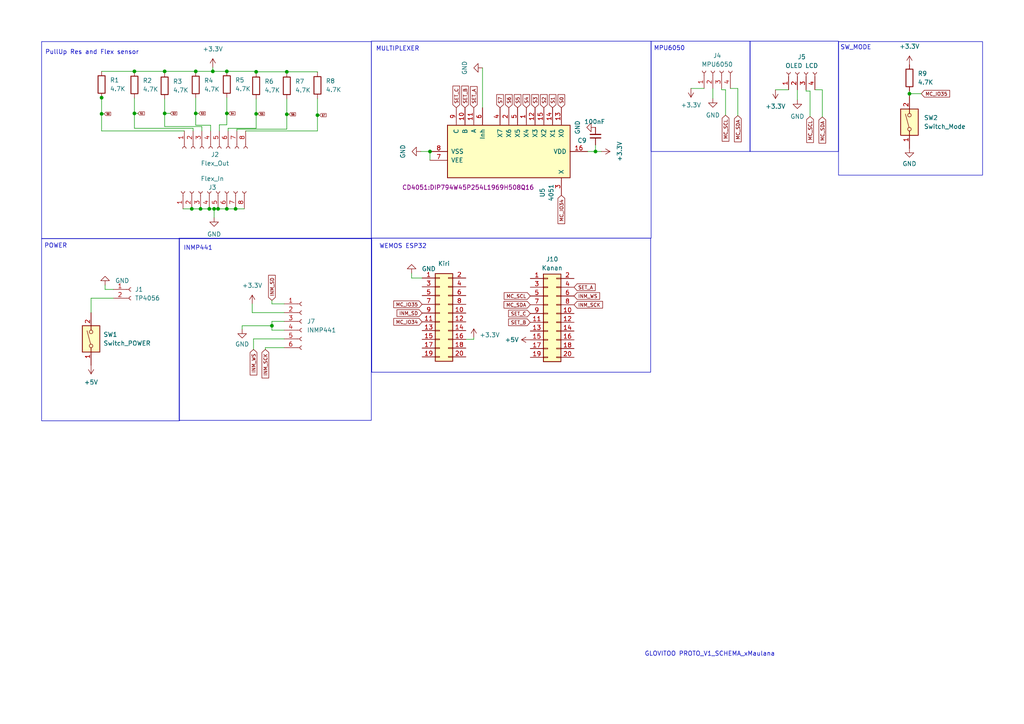
<source format=kicad_sch>
(kicad_sch (version 20231120) (generator "eeschema") (generator_version "8.0")
  (paper "A4")
  (lib_symbols
    (symbol "4xxx:4051" (pin_names (offset 1.016))
      (property "Reference" "U" (at -7.62 19.05 0))
      (property "Value" "4051" (at -7.62 -19.05 0))
      (symbol "4051_1_0"
        (pin passive line (at -12.7 5.08 0) (length 5.08) (name "X4") (number "1"))
        (pin input line (at -12.7 -12.7 0) (length 5.08) (name "B") (number "10"))
        (pin input line (at -12.7 -10.16 0) (length 5.08) (name "A") (number "11"))
        (pin passive line (at -12.7 7.62 0) (length 5.08) (name "X3") (number "12"))
        (pin passive line (at -12.7 15.24 0) (length 5.08) (name "X0") (number "13"))
        (pin passive line (at -12.7 12.7 0) (length 5.08) (name "X1") (number "14"))
        (pin passive line (at -12.7 10.16 0) (length 5.08) (name "X2") (number "15"))
        (pin power_in line (at 0 22.86 270) (length 5.08) (name "VDD") (number "16"))
        (pin passive line (at -12.7 0 0) (length 5.08) (name "X6") (number "2"))
        (pin passive line (at 12.7 15.24 180) (length 5.08) (name "X") (number "3"))
        (pin passive line (at -12.7 -2.54 0) (length 5.08) (name "X7") (number "4"))
        (pin passive line (at -12.7 2.54 0) (length 5.08) (name "X5") (number "5"))
        (pin input line (at -12.7 -7.62 0) (length 5.08) (name "Inh") (number "6"))
        (pin power_in line (at 2.54 -22.86 90) (length 5.08) (name "VEE") (number "7"))
        (pin power_in line (at 0 -22.86 90) (length 5.08) (name "VSS") (number "8"))
        (pin input line (at -12.7 -15.24 0) (length 5.08) (name "C") (number "9"))
      )
      (symbol "4051_1_1"
        (rectangle (start -7.62 17.78) (end 7.62 -17.78) (stroke (width 0.254)) (fill (type background)))
      )
    )
    (symbol "Connector:Conn_01x02_Socket" (pin_names (offset 1.016) hide)
      (property "Reference" "J" (at 0 2.54 0))
      (property "Value" "Conn_01x02_Socket" (at 0 -5.08 0))
      (symbol "Conn_01x02_Socket_1_1"
        (arc (start 0 -2.032) (mid -0.5058 -2.54) (end 0 -3.048) (stroke (width 0.1524)))
        (polyline (pts (xy -1.27 -2.54) (xy -0.508 -2.54)) (stroke (width 0.1524)))
        (polyline (pts (xy -1.27 0) (xy -0.508 0)) (stroke (width 0.1524)))
        (arc (start 0 0.508) (mid -0.5058 0) (end 0 -0.508) (stroke (width 0.1524)))
        (pin passive line (at -5.08 0 0) (length 3.81) (name "Pin_1") (number "1"))
        (pin passive line (at -5.08 -2.54 0) (length 3.81) (name "Pin_2") (number "2"))
      )
    )
    (symbol "Connector:Conn_01x04_Socket" (pin_names (offset 1.016) hide)
      (property "Reference" "J" (at 0 5.08 0))
      (property "Value" "Conn_01x04_Socket" (at 0 -7.62 0))
      (symbol "Conn_01x04_Socket_1_1"
        (arc (start 0 -4.572) (mid -0.5058 -5.08) (end 0 -5.588) (stroke (width 0.1524)))
        (arc (start 0 -2.032) (mid -0.5058 -2.54) (end 0 -3.048) (stroke (width 0.1524)))
        (polyline (pts (xy -1.27 -5.08) (xy -0.508 -5.08)) (stroke (width 0.1524)))
        (polyline (pts (xy -1.27 -2.54) (xy -0.508 -2.54)) (stroke (width 0.1524)))
        (polyline (pts (xy -1.27 0) (xy -0.508 0)) (stroke (width 0.1524)))
        (polyline (pts (xy -1.27 2.54) (xy -0.508 2.54)) (stroke (width 0.1524)))
        (arc (start 0 0.508) (mid -0.5058 0) (end 0 -0.508) (stroke (width 0.1524)))
        (arc (start 0 3.048) (mid -0.5058 2.54) (end 0 2.032) (stroke (width 0.1524)))
        (pin passive line (at -5.08 2.54 0) (length 3.81) (name "Pin_1") (number "1"))
        (pin passive line (at -5.08 0 0) (length 3.81) (name "Pin_2") (number "2"))
        (pin passive line (at -5.08 -2.54 0) (length 3.81) (name "Pin_3") (number "3"))
        (pin passive line (at -5.08 -5.08 0) (length 3.81) (name "Pin_4") (number "4"))
      )
    )
    (symbol "Connector:Conn_01x06_Socket" (pin_names (offset 1.016) hide)
      (property "Reference" "J" (at 0 7.62 0))
      (property "Value" "Conn_01x06_Socket" (at 0 -10.16 0))
      (symbol "Conn_01x06_Socket_1_1"
        (arc (start 0 -7.112) (mid -0.5058 -7.62) (end 0 -8.128) (stroke (width 0.1524)))
        (arc (start 0 -4.572) (mid -0.5058 -5.08) (end 0 -5.588) (stroke (width 0.1524)))
        (arc (start 0 -2.032) (mid -0.5058 -2.54) (end 0 -3.048) (stroke (width 0.1524)))
        (polyline (pts (xy -1.27 -7.62) (xy -0.508 -7.62)) (stroke (width 0.1524)))
        (polyline (pts (xy -1.27 -5.08) (xy -0.508 -5.08)) (stroke (width 0.1524)))
        (polyline (pts (xy -1.27 -2.54) (xy -0.508 -2.54)) (stroke (width 0.1524)))
        (polyline (pts (xy -1.27 0) (xy -0.508 0)) (stroke (width 0.1524)))
        (polyline (pts (xy -1.27 2.54) (xy -0.508 2.54)) (stroke (width 0.1524)))
        (polyline (pts (xy -1.27 5.08) (xy -0.508 5.08)) (stroke (width 0.1524)))
        (arc (start 0 0.508) (mid -0.5058 0) (end 0 -0.508) (stroke (width 0.1524)))
        (arc (start 0 3.048) (mid -0.5058 2.54) (end 0 2.032) (stroke (width 0.1524)))
        (arc (start 0 5.588) (mid -0.5058 5.08) (end 0 4.572) (stroke (width 0.1524)))
        (pin passive line (at -5.08 5.08 0) (length 3.81) (name "Pin_1") (number "1"))
        (pin passive line (at -5.08 2.54 0) (length 3.81) (name "Pin_2") (number "2"))
        (pin passive line (at -5.08 0 0) (length 3.81) (name "Pin_3") (number "3"))
        (pin passive line (at -5.08 -2.54 0) (length 3.81) (name "Pin_4") (number "4"))
        (pin passive line (at -5.08 -5.08 0) (length 3.81) (name "Pin_5") (number "5"))
        (pin passive line (at -5.08 -7.62 0) (length 3.81) (name "Pin_6") (number "6"))
      )
    )
    (symbol "Connector:Conn_01x08_Socket" (pin_names (offset 1.016) hide)
      (property "Reference" "J" (at 0 10.16 0))
      (property "Value" "Conn_01x08_Socket" (at 0 -12.7 0))
      (symbol "Conn_01x08_Socket_1_1"
        (arc (start 0 -9.652) (mid -0.5058 -10.16) (end 0 -10.668) (stroke (width 0.1524)))
        (arc (start 0 -7.112) (mid -0.5058 -7.62) (end 0 -8.128) (stroke (width 0.1524)))
        (arc (start 0 -4.572) (mid -0.5058 -5.08) (end 0 -5.588) (stroke (width 0.1524)))
        (arc (start 0 -2.032) (mid -0.5058 -2.54) (end 0 -3.048) (stroke (width 0.1524)))
        (polyline (pts (xy -1.27 -10.16) (xy -0.508 -10.16)) (stroke (width 0.1524)))
        (polyline (pts (xy -1.27 -7.62) (xy -0.508 -7.62)) (stroke (width 0.1524)))
        (polyline (pts (xy -1.27 -5.08) (xy -0.508 -5.08)) (stroke (width 0.1524)))
        (polyline (pts (xy -1.27 -2.54) (xy -0.508 -2.54)) (stroke (width 0.1524)))
        (polyline (pts (xy -1.27 0) (xy -0.508 0)) (stroke (width 0.1524)))
        (polyline (pts (xy -1.27 2.54) (xy -0.508 2.54)) (stroke (width 0.1524)))
        (polyline (pts (xy -1.27 5.08) (xy -0.508 5.08)) (stroke (width 0.1524)))
        (polyline (pts (xy -1.27 7.62) (xy -0.508 7.62)) (stroke (width 0.1524)))
        (arc (start 0 0.508) (mid -0.5058 0) (end 0 -0.508) (stroke (width 0.1524)))
        (arc (start 0 3.048) (mid -0.5058 2.54) (end 0 2.032) (stroke (width 0.1524)))
        (arc (start 0 5.588) (mid -0.5058 5.08) (end 0 4.572) (stroke (width 0.1524)))
        (arc (start 0 8.128) (mid -0.5058 7.62) (end 0 7.112) (stroke (width 0.1524)))
        (pin passive line (at -5.08 7.62 0) (length 3.81) (name "Pin_1") (number "1"))
        (pin passive line (at -5.08 5.08 0) (length 3.81) (name "Pin_2") (number "2"))
        (pin passive line (at -5.08 2.54 0) (length 3.81) (name "Pin_3") (number "3"))
        (pin passive line (at -5.08 0 0) (length 3.81) (name "Pin_4") (number "4"))
        (pin passive line (at -5.08 -2.54 0) (length 3.81) (name "Pin_5") (number "5"))
        (pin passive line (at -5.08 -5.08 0) (length 3.81) (name "Pin_6") (number "6"))
        (pin passive line (at -5.08 -7.62 0) (length 3.81) (name "Pin_7") (number "7"))
        (pin passive line (at -5.08 -10.16 0) (length 3.81) (name "Pin_8") (number "8"))
      )
    )
    (symbol "Connector_Generic:Conn_02x10_Odd_Even" (pin_names (offset 1.016) hide)
      (property "Reference" "J" (at 1.27 12.7 0))
      (property "Value" "Conn_02x10_Odd_Even" (at 1.27 -15.24 0))
      (symbol "Conn_02x10_Odd_Even_1_1"
        (rectangle (start -1.27 -12.573) (end 0 -12.827) (stroke (width 0.1524)))
        (rectangle (start -1.27 -10.033) (end 0 -10.287) (stroke (width 0.1524)))
        (rectangle (start -1.27 -7.493) (end 0 -7.747) (stroke (width 0.1524)))
        (rectangle (start -1.27 -4.953) (end 0 -5.207) (stroke (width 0.1524)))
        (rectangle (start -1.27 -2.413) (end 0 -2.667) (stroke (width 0.1524)))
        (rectangle (start -1.27 0.127) (end 0 -0.127) (stroke (width 0.1524)))
        (rectangle (start -1.27 2.667) (end 0 2.413) (stroke (width 0.1524)))
        (rectangle (start -1.27 5.207) (end 0 4.953) (stroke (width 0.1524)))
        (rectangle (start -1.27 7.747) (end 0 7.493) (stroke (width 0.1524)))
        (rectangle (start -1.27 10.287) (end 0 10.033) (stroke (width 0.1524)))
        (rectangle (start -1.27 11.43) (end 3.81 -13.97) (stroke (width 0.254)) (fill (type background)))
        (rectangle (start 3.81 -12.573) (end 2.54 -12.827) (stroke (width 0.1524)))
        (rectangle (start 3.81 -10.033) (end 2.54 -10.287) (stroke (width 0.1524)))
        (rectangle (start 3.81 -7.493) (end 2.54 -7.747) (stroke (width 0.1524)))
        (rectangle (start 3.81 -4.953) (end 2.54 -5.207) (stroke (width 0.1524)))
        (rectangle (start 3.81 -2.413) (end 2.54 -2.667) (stroke (width 0.1524)))
        (rectangle (start 3.81 0.127) (end 2.54 -0.127) (stroke (width 0.1524)))
        (rectangle (start 3.81 2.667) (end 2.54 2.413) (stroke (width 0.1524)))
        (rectangle (start 3.81 5.207) (end 2.54 4.953) (stroke (width 0.1524)))
        (rectangle (start 3.81 7.747) (end 2.54 7.493) (stroke (width 0.1524)))
        (rectangle (start 3.81 10.287) (end 2.54 10.033) (stroke (width 0.1524)))
        (pin passive line (at -5.08 10.16 0) (length 3.81) (name "Pin_1") (number "1"))
        (pin passive line (at 7.62 0 180) (length 3.81) (name "Pin_10") (number "10"))
        (pin passive line (at -5.08 -2.54 0) (length 3.81) (name "Pin_11") (number "11"))
        (pin passive line (at 7.62 -2.54 180) (length 3.81) (name "Pin_12") (number "12"))
        (pin passive line (at -5.08 -5.08 0) (length 3.81) (name "Pin_13") (number "13"))
        (pin passive line (at 7.62 -5.08 180) (length 3.81) (name "Pin_14") (number "14"))
        (pin passive line (at -5.08 -7.62 0) (length 3.81) (name "Pin_15") (number "15"))
        (pin passive line (at 7.62 -7.62 180) (length 3.81) (name "Pin_16") (number "16"))
        (pin passive line (at -5.08 -10.16 0) (length 3.81) (name "Pin_17") (number "17"))
        (pin passive line (at 7.62 -10.16 180) (length 3.81) (name "Pin_18") (number "18"))
        (pin passive line (at -5.08 -12.7 0) (length 3.81) (name "Pin_19") (number "19"))
        (pin passive line (at 7.62 10.16 180) (length 3.81) (name "Pin_2") (number "2"))
        (pin passive line (at 7.62 -12.7 180) (length 3.81) (name "Pin_20") (number "20"))
        (pin passive line (at -5.08 7.62 0) (length 3.81) (name "Pin_3") (number "3"))
        (pin passive line (at 7.62 7.62 180) (length 3.81) (name "Pin_4") (number "4"))
        (pin passive line (at -5.08 5.08 0) (length 3.81) (name "Pin_5") (number "5"))
        (pin passive line (at 7.62 5.08 180) (length 3.81) (name "Pin_6") (number "6"))
        (pin passive line (at -5.08 2.54 0) (length 3.81) (name "Pin_7") (number "7"))
        (pin passive line (at 7.62 2.54 180) (length 3.81) (name "Pin_8") (number "8"))
        (pin passive line (at -5.08 0 0) (length 3.81) (name "Pin_9") (number "9"))
      )
    )
    (symbol "Device:C_Small" (pin_numbers hide) (pin_names (offset 0.254) hide)
      (property "Reference" "C" (at 0.254 1.778 0))
      (property "Value" "C_Small" (at 0.254 -2.032 0))
      (symbol "C_Small_0_1"
        (polyline (pts (xy -1.524 -0.508) (xy 1.524 -0.508)) (stroke (width 0.3302)))
        (polyline (pts (xy -1.524 0.508) (xy 1.524 0.508)) (stroke (width 0.3048)))
      )
      (symbol "C_Small_1_1"
        (pin passive line (at 0 2.54 270) (length 2.032) (name "~") (number "1"))
        (pin passive line (at 0 -2.54 90) (length 2.032) (name "~") (number "2"))
      )
    )
    (symbol "Device:R" (pin_numbers hide) (pin_names (offset 0))
      (property "Reference" "R" (at 2.032 0 90))
      (property "Value" "R" (at 0 0 90))
      (symbol "R_0_1"
        (rectangle (start -1.016 -2.54) (end 1.016 2.54) (stroke (width 0.254)))
      )
      (symbol "R_1_1"
        (pin passive line (at 0 3.81 270) (length 1.27) (name "~") (number "1"))
        (pin passive line (at 0 -3.81 90) (length 1.27) (name "~") (number "2"))
      )
    )
    (symbol "Switch:SW_DIP_x01" (pin_names (offset 0) hide)
      (property "Reference" "SW" (at 0 3.81 0))
      (property "Value" "SW_DIP_x01" (at 0 -3.81 0))
      (symbol "SW_DIP_x01_0_0"
        (circle (center -2.032 0) (radius 0.508))
        (polyline (pts (xy -1.524 0.127) (xy 2.3622 1.1684)))
        (circle (center 2.032 0) (radius 0.508))
      )
      (symbol "SW_DIP_x01_0_1"
        (rectangle (start -3.81 2.54) (end 3.81 -2.54) (stroke (width 0.254)) (fill (type background)))
      )
      (symbol "SW_DIP_x01_1_1"
        (pin passive line (at -7.62 0 0) (length 5.08) (name "~") (number "1"))
        (pin passive line (at 7.62 0 180) (length 5.08) (name "~") (number "2"))
      )
    )
    (symbol "power:+3.3V" (power) (pin_names (offset 0))
      (property "Value" "+3.3V" (at 0 3.556 0))
      (symbol "+3.3V_0_1"
        (polyline (pts (xy -0.762 1.27) (xy 0 2.54)))
        (polyline (pts (xy 0 0) (xy 0 2.54)))
        (polyline (pts (xy 0 2.54) (xy 0.762 1.27)))
      )
      (symbol "+3.3V_1_1"
        (pin power_in line (at 0 0 90) (length 0) hide (name "+3.3V") (number "1"))
      )
    )
    (symbol "power:+5V" (power) (pin_names (offset 0))
      (property "Value" "+5V" (at 0 3.556 0))
      (symbol "+5V_0_1"
        (polyline (pts (xy -0.762 1.27) (xy 0 2.54)))
        (polyline (pts (xy 0 0) (xy 0 2.54)))
        (polyline (pts (xy 0 2.54) (xy 0.762 1.27)))
      )
      (symbol "+5V_1_1"
        (pin power_in line (at 0 0 90) (length 0) hide (name "+5V") (number "1"))
      )
    )
    (symbol "power:GND" (power) (pin_names (offset 0))
      (property "Value" "GND" (at 0 -3.81 0))
      (symbol "GND_0_1"
        (polyline (pts (xy 0 0) (xy 0 -1.27) (xy 1.27 -1.27) (xy 0 -2.54) (xy -1.27 -1.27) (xy 0 -1.27)))
      )
      (symbol "GND_1_1"
        (pin power_in line (at 0 0 270) (length 0) hide (name "GND") (number "1"))
      )
    )
  )
  (junction (at 92.075 33.401))
  (junction (at 29.464 28.321))
  (junction (at 60.706 60.579))
  (junction (at 56.769 32.893))
  (junction (at 47.752 20.701))
  (junction (at 124.714 43.942))
  (junction (at 62.103 60.579))
  (junction (at 65.786 32.893))
  (junction (at 263.779 27.178))
  (junction (at 65.786 60.579))
  (junction (at 61.722 20.701))
  (junction (at 83.185 33.147))
  (junction (at 38.989 32.893))
  (junction (at 38.989 20.701))
  (junction (at 68.326 60.579))
  (junction (at 172.72 43.942))
  (junction (at 55.626 60.579))
  (junction (at 47.752 32.893))
  (junction (at 65.786 20.701))
  (junction (at 74.295 20.828))
  (junction (at 56.769 20.701))
  (junction (at 63.246 60.579))
  (junction (at 58.166 60.579))
  (junction (at 83.185 20.828))
  (junction (at 29.464 33.02))
  (junction (at 78.867 94.488))
  (junction (at 74.295 33.02))
  (wire (pts (xy 61.722 20.701) (xy 65.786 20.701)))
  (wire (pts (xy 174.371 43.942) (xy 172.72 43.942)))
  (wire (pts (xy 78.867 88.138) (xy 82.423 88.138)))
  (wire (pts (xy 238.506 26.035) (xy 236.347 26.035)))
  (wire (pts (xy 135.128 98.425) (xy 137.414 98.425)))
  (wire (pts (xy 234.95 33.782) (xy 234.95 26.416)))
  (wire (pts (xy 82.423 100.838) (xy 76.962 100.838)))
  (wire (pts (xy 238.506 33.909) (xy 238.506 26.035)))
  (wire (pts (xy 30.226 33.02) (xy 29.464 33.02)))
  (wire (pts (xy 231.267 28.956) (xy 231.267 26.035)))
  (wire (pts (xy 139.954 31.242) (xy 139.954 19.685)))
  (wire (pts (xy 74.295 33.02) (xy 74.295 37.211)))
  (wire (pts (xy 61.087 36.322) (xy 61.087 37.973)))
  (wire (pts (xy 83.185 20.828) (xy 83.185 21.082)))
  (wire (pts (xy 47.752 32.893) (xy 47.752 36.703)))
  (wire (pts (xy 224.917 26.035) (xy 228.727 26.035)))
  (wire (pts (xy 65.786 28.321) (xy 65.786 32.893)))
  (wire (pts (xy 73.152 90.678) (xy 73.152 88.138)))
  (wire (pts (xy 47.752 32.893) (xy 49.403 32.893)))
  (wire (pts (xy 74.295 33.02) (xy 74.803 33.02)))
  (wire (pts (xy 53.086 60.579) (xy 55.626 60.579)))
  (wire (pts (xy 82.423 98.298) (xy 73.533 98.298)))
  (wire (pts (xy 263.779 27.178) (xy 263.779 26.416)))
  (wire (pts (xy 119.38 80.645) (xy 122.428 80.645)))
  (wire (pts (xy 210.439 26.035) (xy 209.296 26.035)))
  (wire (pts (xy 29.464 28.194) (xy 29.464 28.321)))
  (wire (pts (xy 263.779 27.178) (xy 267.208 27.178)))
  (wire (pts (xy 209.296 26.035) (xy 209.296 25.654)))
  (wire (pts (xy 29.464 37.973) (xy 53.467 37.973)))
  (wire (pts (xy 82.423 90.678) (xy 73.152 90.678)))
  (wire (pts (xy 74.295 21.082) (xy 74.295 20.828)))
  (wire (pts (xy 58.547 36.703) (xy 58.547 37.973)))
  (wire (pts (xy 47.752 20.701) (xy 38.989 20.701)))
  (wire (pts (xy 68.707 37.465) (xy 68.707 37.973)))
  (wire (pts (xy 56.769 20.701) (xy 61.722 20.701)))
  (wire (pts (xy 92.075 33.401) (xy 92.075 37.973)))
  (wire (pts (xy 172.72 43.942) (xy 172.72 42.037)))
  (wire (pts (xy 47.752 36.703) (xy 58.547 36.703)))
  (wire (pts (xy 124.714 46.482) (xy 124.714 43.942)))
  (wire (pts (xy 92.075 37.973) (xy 71.247 37.973)))
  (wire (pts (xy 206.756 28.575) (xy 206.756 25.654)))
  (wire (pts (xy 60.706 60.579) (xy 62.103 60.579)))
  (wire (pts (xy 213.995 33.528) (xy 213.995 25.654)))
  (wire (pts (xy 38.989 20.701) (xy 38.989 20.828)))
  (wire (pts (xy 56.769 28.448) (xy 56.769 32.893)))
  (wire (pts (xy 29.464 33.02) (xy 29.464 37.973)))
  (wire (pts (xy 65.786 20.701) (xy 74.295 20.701)))
  (wire (pts (xy 66.167 37.211) (xy 66.167 37.973)))
  (wire (pts (xy 29.464 20.701) (xy 38.989 20.701)))
  (wire (pts (xy 68.326 60.579) (xy 70.866 60.579)))
  (wire (pts (xy 74.295 28.702) (xy 74.295 33.02)))
  (wire (pts (xy 78.867 95.758) (xy 82.423 95.758)))
  (wire (pts (xy 119.38 79.248) (xy 119.38 80.645)))
  (wire (pts (xy 30.48 83.947) (xy 32.893 83.947)))
  (wire (pts (xy 92.075 20.955) (xy 92.075 20.828)))
  (wire (pts (xy 74.295 20.828) (xy 83.185 20.828)))
  (wire (pts (xy 56.769 32.893) (xy 56.769 36.322)))
  (wire (pts (xy 65.786 60.579) (xy 68.326 60.579)))
  (wire (pts (xy 137.414 98.425) (xy 137.414 97.917)))
  (wire (pts (xy 78.867 93.218) (xy 78.867 94.488)))
  (wire (pts (xy 83.185 33.147) (xy 83.82 33.147)))
  (wire (pts (xy 56.007 37.211) (xy 56.007 37.973)))
  (wire (pts (xy 63.246 60.579) (xy 65.786 60.579)))
  (wire (pts (xy 65.786 32.893) (xy 66.294 32.893)))
  (wire (pts (xy 73.533 98.298) (xy 73.533 101.346)))
  (wire (pts (xy 65.786 36.195) (xy 63.627 36.195)))
  (wire (pts (xy 78.867 94.488) (xy 70.231 94.488)))
  (wire (pts (xy 92.075 20.828) (xy 83.185 20.828)))
  (wire (pts (xy 26.416 86.487) (xy 26.416 90.678)))
  (wire (pts (xy 78.867 94.488) (xy 78.867 95.758)))
  (wire (pts (xy 234.95 26.416) (xy 233.807 26.416)))
  (wire (pts (xy 32.893 86.487) (xy 26.416 86.487)))
  (wire (pts (xy 63.627 36.195) (xy 63.627 37.973)))
  (wire (pts (xy 263.779 27.813) (xy 263.779 27.178)))
  (wire (pts (xy 38.989 28.448) (xy 38.989 32.893)))
  (wire (pts (xy 92.075 28.575) (xy 92.075 33.401)))
  (wire (pts (xy 56.769 32.893) (xy 57.658 32.893)))
  (wire (pts (xy 47.752 28.702) (xy 47.752 32.893)))
  (wire (pts (xy 233.807 26.416) (xy 233.807 26.035)))
  (wire (pts (xy 200.406 25.654) (xy 204.216 25.654)))
  (wire (pts (xy 56.769 36.322) (xy 61.087 36.322)))
  (wire (pts (xy 30.48 82.677) (xy 30.48 83.947)))
  (wire (pts (xy 172.72 43.942) (xy 170.434 43.942)))
  (wire (pts (xy 38.989 32.893) (xy 38.989 37.211)))
  (wire (pts (xy 83.185 28.702) (xy 83.185 33.147)))
  (wire (pts (xy 62.103 60.579) (xy 62.103 63.119)))
  (wire (pts (xy 58.166 60.579) (xy 60.706 60.579)))
  (wire (pts (xy 82.423 93.218) (xy 78.867 93.218)))
  (wire (pts (xy 124.714 43.942) (xy 122.047 43.942)))
  (wire (pts (xy 74.295 37.211) (xy 66.167 37.211)))
  (wire (pts (xy 56.769 20.701) (xy 47.752 20.701)))
  (wire (pts (xy 92.075 33.401) (xy 92.71 33.401)))
  (wire (pts (xy 70.231 94.488) (xy 70.231 95.504)))
  (wire (pts (xy 83.185 37.465) (xy 68.707 37.465)))
  (wire (pts (xy 38.989 37.211) (xy 56.007 37.211)))
  (wire (pts (xy 56.769 20.828) (xy 56.769 20.701)))
  (wire (pts (xy 74.295 20.828) (xy 74.295 20.701)))
  (wire (pts (xy 78.867 87.122) (xy 78.867 88.138)))
  (wire (pts (xy 62.103 60.579) (xy 63.246 60.579)))
  (wire (pts (xy 83.185 33.147) (xy 83.185 37.465)))
  (wire (pts (xy 38.989 32.893) (xy 40.005 32.893)))
  (wire (pts (xy 210.439 33.401) (xy 210.439 26.035)))
  (wire (pts (xy 213.995 25.654) (xy 211.836 25.654)))
  (wire (pts (xy 61.722 19.558) (xy 61.722 20.701)))
  (wire (pts (xy 47.752 21.082) (xy 47.752 20.701)))
  (wire (pts (xy 65.786 32.893) (xy 65.786 36.195)))
  (wire (pts (xy 76.962 100.838) (xy 76.962 101.346)))
  (wire (pts (xy 29.464 28.321) (xy 29.464 33.02)))
  (wire (pts (xy 55.626 60.579) (xy 58.166 60.579)))
  (rectangle (start 188.849 11.938) (end 217.551 43.942))
  (rectangle (start 12.065 12.065) (end 107.696 69.215))
  (rectangle (start 12.065 69.215) (end 52.07 122.047))
  (rectangle (start 217.551 11.938) (end 243.205 43.942))
  (rectangle (start 243.205 12.065) (end 284.988 50.8))
  (rectangle (start 107.696 11.938) (end 188.849 69.088))
  (rectangle (start 107.823 69.088) (end 188.722 107.95))
  (rectangle (start 51.943 69.088) (end 107.696 121.92))
  (text "GLOVITOO PROTO_V1_SCHEMA_xMaulana" (at 186.944 190.5 0) (effects (font (size 1.27 1.27)) (justify left bottom)))
  (text "MPU6050\n" (at 189.611 14.859 0) (effects (font (size 1.27 1.27)) (justify left bottom)))
  (text "SW_MODE\n" (at 243.713 14.605 0) (effects (font (size 1.27 1.27)) (justify left bottom)))
  (text "WEMOS ESP32\n" (at 109.982 72.263 0) (effects (font (size 1.27 1.27)) (justify left bottom)))
  (text "INMP441" (at 53.213 72.771 0) (effects (font (size 1.27 1.27)) (justify left bottom)))
  (text "POWER" (at 12.827 72.136 0) (effects (font (size 1.27 1.27)) (justify left bottom)))
  (text "PullUp Res and Flex sensor\n\n\n" (at 13.081 20.066 0) (effects (font (size 1.27 1.27)) (justify left bottom)))
  (text "MULTIPLEXER\n" (at 121.666 14.986 0) (effects (font (size 1.27 1.27)) (justify right bottom)))
  (global_label "MC_SCL" (shape input) (at 153.797 85.852 180) (effects (font (size 1 1))) (property "Intersheetrefs" "${INTERSHEET_REFS}" (effects (hide yes))))
  (global_label "S0" (shape input) (at 30.226 33.02 0) (effects (font (size 0.5 0.5))) (property "Intersheetrefs" "${INTERSHEET_REFS}" (effects (hide yes))))
  (global_label "INM_WS" (shape input) (at 166.497 85.852 0) (effects (font (size 1 1))) (property "Intersheetrefs" "${INTERSHEET_REFS}" (effects (hide yes))))
  (global_label "S4" (shape input) (at 152.654 31.242 90) (effects (font (size 1 1))) (property "Intersheetrefs" "${INTERSHEET_REFS}" (effects (hide yes))))
  (global_label "S5" (shape input) (at 150.114 31.242 90) (effects (font (size 1 1))) (property "Intersheetrefs" "${INTERSHEET_REFS}" (effects (hide yes))))
  (global_label "INM_SCK" (shape input) (at 76.962 101.346 270) (effects (font (size 1 1))) (property "Intersheetrefs" "${INTERSHEET_REFS}" (effects (hide yes))))
  (global_label "SET_B" (shape input) (at 134.874 31.242 90) (effects (font (size 1 1))) (property "Intersheetrefs" "${INTERSHEET_REFS}" (effects (hide yes))))
  (global_label "S6" (shape input) (at 83.82 33.147 0) (effects (font (size 0.5 0.5))) (property "Intersheetrefs" "${INTERSHEET_REFS}" (effects (hide yes))))
  (global_label "SET_A" (shape input) (at 137.414 31.242 90) (effects (font (size 1 1))) (property "Intersheetrefs" "${INTERSHEET_REFS}" (effects (hide yes))))
  (global_label "MC_SDA" (shape input) (at 213.995 33.528 270) (effects (font (size 1 1))) (property "Intersheetrefs" "${INTERSHEET_REFS}" (effects (hide yes))))
  (global_label "SET_A" (shape input) (at 166.497 83.312 0) (effects (font (size 1 1))) (property "Intersheetrefs" "${INTERSHEET_REFS}" (effects (hide yes))))
  (global_label "MC_IO34" (shape input) (at 122.428 93.345 180) (effects (font (size 1 1))) (property "Intersheetrefs" "${INTERSHEET_REFS}" (effects (hide yes))))
  (global_label "S2" (shape input) (at 49.403 32.893 0) (effects (font (size 0.5 0.5))) (property "Intersheetrefs" "${INTERSHEET_REFS}" (effects (hide yes))))
  (global_label "SET_C" (shape input) (at 132.334 31.242 90) (effects (font (size 1 1))) (property "Intersheetrefs" "${INTERSHEET_REFS}" (effects (hide yes))))
  (global_label "MC_SCL" (shape input) (at 210.439 33.401 270) (effects (font (size 1 1))) (property "Intersheetrefs" "${INTERSHEET_REFS}" (effects (hide yes))))
  (global_label "MC_IO34" (shape input) (at 162.814 56.642 270) (effects (font (size 1 1))) (property "Intersheetrefs" "${INTERSHEET_REFS}" (effects (hide yes))))
  (global_label "S2" (shape input) (at 157.734 31.242 90) (effects (font (size 1 1))) (property "Intersheetrefs" "${INTERSHEET_REFS}" (effects (hide yes))))
  (global_label "SET_B" (shape input) (at 153.797 93.472 180) (effects (font (size 1 1))) (property "Intersheetrefs" "${INTERSHEET_REFS}" (effects (hide yes))))
  (global_label "S7" (shape input) (at 92.71 33.401 0) (effects (font (size 0.5 0.5))) (property "Intersheetrefs" "${INTERSHEET_REFS}" (effects (hide yes))))
  (global_label "INM_SD" (shape input) (at 122.428 90.805 180) (effects (font (size 1 1))) (property "Intersheetrefs" "${INTERSHEET_REFS}" (effects (hide yes))))
  (global_label "S4" (shape input) (at 66.294 32.893 0) (effects (font (size 0.5 0.5))) (property "Intersheetrefs" "${INTERSHEET_REFS}" (effects (hide yes))))
  (global_label "S0" (shape input) (at 162.814 31.242 90) (effects (font (size 1 1))) (property "Intersheetrefs" "${INTERSHEET_REFS}" (effects (hide yes))))
  (global_label "S1" (shape input) (at 160.274 31.242 90) (effects (font (size 1 1))) (property "Intersheetrefs" "${INTERSHEET_REFS}" (effects (hide yes))))
  (global_label "S1" (shape input) (at 40.005 32.893 0) (effects (font (size 0.5 0.5))) (property "Intersheetrefs" "${INTERSHEET_REFS}" (effects (hide yes))))
  (global_label "S6" (shape input) (at 147.574 31.242 90) (effects (font (size 1 1))) (property "Intersheetrefs" "${INTERSHEET_REFS}" (effects (hide yes))))
  (global_label "S3" (shape input) (at 155.194 31.242 90) (effects (font (size 1 1))) (property "Intersheetrefs" "${INTERSHEET_REFS}" (effects (hide yes))))
  (global_label "INM_WS" (shape input) (at 73.533 101.346 270) (effects (font (size 1 1))) (property "Intersheetrefs" "${INTERSHEET_REFS}" (effects (hide yes))))
  (global_label "MC_SDA" (shape input) (at 238.506 33.909 270) (effects (font (size 1 1))) (property "Intersheetrefs" "${INTERSHEET_REFS}" (effects (hide yes))))
  (global_label "MC_IO35" (shape input) (at 267.208 27.178 0) (effects (font (size 1 1))) (property "Intersheetrefs" "${INTERSHEET_REFS}" (effects (hide yes))))
  (global_label "S5" (shape input) (at 74.803 33.02 0) (effects (font (size 0.5 0.5))) (property "Intersheetrefs" "${INTERSHEET_REFS}" (effects (hide yes))))
  (global_label "INM_SCK" (shape input) (at 166.497 88.392 0) (effects (font (size 1 1))) (property "Intersheetrefs" "${INTERSHEET_REFS}" (effects (hide yes))))
  (global_label "MC_SCL" (shape input) (at 234.95 33.782 270) (effects (font (size 1 1))) (property "Intersheetrefs" "${INTERSHEET_REFS}" (effects (hide yes))))
  (global_label "S7" (shape input) (at 145.034 31.242 90) (effects (font (size 1 1))) (property "Intersheetrefs" "${INTERSHEET_REFS}" (effects (hide yes))))
  (global_label "MC_IO35" (shape input) (at 122.428 88.265 180) (effects (font (size 1 1))) (property "Intersheetrefs" "${INTERSHEET_REFS}" (effects (hide yes))))
  (global_label "S3" (shape input) (at 57.658 32.893 0) (effects (font (size 0.5 0.5))) (property "Intersheetrefs" "${INTERSHEET_REFS}" (effects (hide yes))))
  (global_label "SET_C" (shape input) (at 153.797 90.932 180) (effects (font (size 1 1))) (property "Intersheetrefs" "${INTERSHEET_REFS}" (effects (hide yes))))
  (global_label "INM_SD" (shape input) (at 78.867 87.122 90) (effects (font (size 1 1))) (property "Intersheetrefs" "${INTERSHEET_REFS}" (effects (hide yes))))
  (global_label "MC_SDA" (shape input) (at 153.797 88.392 180) (effects (font (size 1 1))) (property "Intersheetrefs" "${INTERSHEET_REFS}" (effects (hide yes))))
  (symbol (lib_id "Device:R") (at 74.295 24.892 0) (unit 1)
    (property "Reference" "R6" (at 76.708 23.622 0) (effects (justify left)))
    (property "Value" "4.7K" (at 76.708 26.162 0) (effects (justify left)))
    (property "Footprint" "Resistor_THT:R_Axial_DIN0204_L3.6mm_D1.6mm_P5.08mm_Horizontal" (effects (hide yes)))
  )
  (symbol (lib_id "4xxx:4051") (at 147.574 43.942 270) (unit 1)
    (property "Reference" "U5" (at 157.3179 55.88 0))
    (property "Value" "4051" (at 159.8579 55.88 0))
    (property "Footprint" "CD4051:DIP794W45P254L1969H508Q16" (at 135.763 54.356 90))
    (property "Datasheet" "http://www.intersil.com/content/dam/Intersil/documents/cd40/cd4051bms-52bms-53bms.pdf" (effects (hide yes)))
  )
  (symbol (lib_id "power:GND") (at 263.779 43.053 0) (unit 1)
    (property "Reference" "#PWR025" (effects (hide yes)))
    (property "Value" "GND" (at 263.779 47.498 0))
  )
  (symbol (lib_id "power:+5V") (at 26.416 105.918 180) (unit 1)
    (property "Reference" "#PWR04" (effects (hide yes)))
    (property "Value" "+5V" (at 26.416 110.871 0))
  )
  (symbol (lib_id "power:GND") (at 62.103 63.119 0) (unit 1)
    (property "Reference" "#PWR019" (effects (hide yes)))
    (property "Value" "GND" (at 62.103 67.945 0))
  )
  (symbol (lib_id "Switch:SW_DIP_x01") (at 263.779 35.433 90) (unit 1)
    (property "Reference" "SW2" (at 267.97 34.163 90) (effects (justify right)))
    (property "Value" "Switch_Mode" (at 267.97 36.703 90) (effects (justify right)))
    (property "Footprint" "Button_Switch_THT:SW_DIP_SPSTx01_Slide_9.78x4.72mm_W7.62mm_P2.54mm" (effects (hide yes)))
  )
  (symbol (lib_id "Connector:Conn_01x04_Socket") (at 231.267 20.955 90) (unit 1)
    (property "Reference" "J5" (at 232.537 16.51 90))
    (property "Value" "OLED LCD" (at 232.537 19.05 90))
    (property "Footprint" "Connector_PinHeader_2.54mm:PinHeader_1x04_P2.54mm_Vertical" (effects (hide yes)))
  )
  (symbol (lib_id "Connector:Conn_01x08_Socket") (at 61.087 43.053 90) (mirror x) (unit 1)
    (property "Reference" "J2" (at 62.357 44.831 90))
    (property "Value" "Flex_Out" (at 62.357 47.371 90))
    (property "Footprint" "Connector_PinHeader_2.54mm:PinHeader_1x08_P2.54mm_Vertical" (effects (hide yes)))
  )
  (symbol (lib_id "Connector_Generic:Conn_02x10_Odd_Even") (at 127.508 90.805 0) (unit 1)
    (property "Reference" "J9" (effects (hide yes)))
    (property "Value" "Kiri" (at 128.778 76.454 0))
    (property "Footprint" "Connector_PinHeader_2.54mm:PinHeader_2x10_P2.54mm_Vertical" (effects (hide yes)))
  )
  (symbol (lib_id "power:GND") (at 30.48 82.677 180) (unit 1)
    (property "Reference" "#PWR02" (effects (hide yes)))
    (property "Value" "GND" (at 33.401 81.407 0) (effects (justify right)))
  )
  (symbol (lib_id "Connector:Conn_01x04_Socket") (at 206.756 20.574 90) (unit 1)
    (property "Reference" "J4" (at 208.026 16.129 90))
    (property "Value" "MPU6050" (at 208.026 18.669 90))
    (property "Footprint" "Connector_PinHeader_2.54mm:PinHeader_1x04_P2.54mm_Vertical" (effects (hide yes)))
  )
  (symbol (lib_id "power:+3.3V") (at 73.152 88.138 0) (unit 1)
    (property "Reference" "#PWR029" (effects (hide yes)))
    (property "Value" "+3.3V" (at 73.152 82.804 0))
  )
  (symbol (lib_id "power:+3.3V") (at 224.917 26.035 180) (unit 1)
    (property "Reference" "#PWR022" (effects (hide yes)))
    (property "Value" "+3.3V" (at 224.917 30.861 0))
  )
  (symbol (lib_id "power:GND") (at 206.756 28.575 0) (unit 1)
    (property "Reference" "#PWR021" (effects (hide yes)))
    (property "Value" "GND" (at 206.756 33.401 0))
  )
  (symbol (lib_id "Device:C_Small") (at 172.72 39.497 180) (unit 1)
    (property "Reference" "C9" (at 170.18 40.7607 0) (effects (justify left)))
    (property "Value" "100nF" (at 175.514 35.306 0) (effects (justify left)))
    (property "Footprint" "Capacitor_THT:C_Disc_D9.0mm_W5.0mm_P5.00mm" (effects (hide yes)))
  )
  (symbol (lib_id "Connector:Conn_01x02_Socket") (at 37.973 83.947 0) (unit 1)
    (property "Reference" "J1" (at 39.116 83.947 0) (effects (justify left)))
    (property "Value" "TP4056" (at 39.116 86.487 0) (effects (justify left)))
    (property "Footprint" "Connector_PinHeader_2.54mm:PinHeader_1x02_P2.54mm_Vertical" (effects (hide yes)))
  )
  (symbol (lib_id "Switch:SW_DIP_x01") (at 26.416 98.298 90) (unit 1)
    (property "Reference" "SW1" (at 29.972 97.028 90) (effects (justify right)))
    (property "Value" "Switch_POWER" (at 29.972 99.568 90) (effects (justify right)))
    (property "Footprint" "Button_Switch_THT:SW_DIP_SPSTx01_Slide_9.78x4.72mm_W7.62mm_P2.54mm" (effects (hide yes)))
  )
  (symbol (lib_id "Device:R") (at 38.989 24.638 0) (unit 1)
    (property "Reference" "R2" (at 41.402 23.368 0) (effects (justify left)))
    (property "Value" "4.7K" (at 41.402 25.908 0) (effects (justify left)))
    (property "Footprint" "Resistor_THT:R_Axial_DIN0204_L3.6mm_D1.6mm_P5.08mm_Horizontal" (effects (hide yes)))
  )
  (symbol (lib_id "power:GND") (at 231.267 28.956 0) (unit 1)
    (property "Reference" "#PWR023" (effects (hide yes)))
    (property "Value" "GND" (at 231.267 33.782 0))
  )
  (symbol (lib_id "power:GND") (at 139.954 19.685 270) (unit 1)
    (property "Reference" "#PWR015" (effects (hide yes)))
    (property "Value" "GND" (at 134.747 19.685 0))
  )
  (symbol (lib_id "power:+3.3V") (at 137.414 97.917 0) (unit 1)
    (property "Reference" "#PWR05" (effects (hide yes)))
    (property "Value" "+3.3V" (at 139.065 97.155 0) (effects (justify left)))
  )
  (symbol (lib_id "power:+3.3V") (at 200.406 25.654 180) (unit 1)
    (property "Reference" "#PWR020" (effects (hide yes)))
    (property "Value" "+3.3V" (at 200.406 30.48 0))
  )
  (symbol (lib_id "Connector:Conn_01x08_Socket") (at 60.706 55.499 90) (unit 1)
    (property "Reference" "J3" (at 61.595 54.356 90))
    (property "Value" "Flex_In" (at 61.595 51.816 90))
    (property "Footprint" "Connector_PinHeader_2.54mm:PinHeader_1x08_P2.54mm_Vertical" (effects (hide yes)))
  )
  (symbol (lib_id "Device:R") (at 56.769 24.638 0) (unit 1)
    (property "Reference" "R4" (at 59.182 23.368 0) (effects (justify left)))
    (property "Value" "4.7K" (at 59.182 25.908 0) (effects (justify left)))
    (property "Footprint" "Resistor_THT:R_Axial_DIN0204_L3.6mm_D1.6mm_P5.08mm_Horizontal" (effects (hide yes)))
  )
  (symbol (lib_id "power:+3.3V") (at 174.371 43.942 270) (unit 1)
    (property "Reference" "#PWR014" (effects (hide yes)))
    (property "Value" "+3.3V" (at 179.705 43.942 0))
  )
  (symbol (lib_id "Device:R") (at 29.464 24.511 0) (unit 1)
    (property "Reference" "R1" (at 31.877 23.241 0) (effects (justify left)))
    (property "Value" "4.7K" (at 31.877 25.781 0) (effects (justify left)))
    (property "Footprint" "Resistor_THT:R_Axial_DIN0204_L3.6mm_D1.6mm_P5.08mm_Horizontal" (effects (hide yes)))
  )
  (symbol (lib_id "power:GND") (at 172.72 36.957 270) (unit 1)
    (property "Reference" "#PWR016" (effects (hide yes)))
    (property "Value" "GND" (at 167.513 36.957 0))
  )
  (symbol (lib_id "Device:R") (at 65.786 24.511 0) (unit 1)
    (property "Reference" "R5" (at 68.199 23.241 0) (effects (justify left)))
    (property "Value" "4.7K" (at 68.199 25.781 0) (effects (justify left)))
    (property "Footprint" "Resistor_THT:R_Axial_DIN0204_L3.6mm_D1.6mm_P5.08mm_Horizontal" (effects (hide yes)))
  )
  (symbol (lib_id "Connector:Conn_01x06_Socket") (at 87.503 93.218 0) (unit 1)
    (property "Reference" "J7" (at 89.027 93.218 0) (effects (justify left)))
    (property "Value" "INMP441" (at 89.027 95.758 0) (effects (justify left)))
    (property "Footprint" "Connector_PinHeader_2.54mm:PinHeader_1x06_P2.54mm_Vertical" (effects (hide yes)))
  )
  (symbol (lib_id "power:GND") (at 70.231 95.504 0) (unit 1)
    (property "Reference" "#PWR030" (effects (hide yes)))
    (property "Value" "GND" (at 70.231 99.822 0))
  )
  (symbol (lib_id "power:GND") (at 119.38 79.248 180) (unit 1)
    (property "Reference" "#PWR03" (effects (hide yes)))
    (property "Value" "GND" (at 122.301 77.978 0) (effects (justify right)))
  )
  (symbol (lib_id "power:+3.3V") (at 61.722 19.558 0) (unit 1)
    (property "Reference" "#PWR017" (effects (hide yes)))
    (property "Value" "+3.3V" (at 61.722 14.224 0))
  )
  (symbol (lib_id "power:GND") (at 122.047 43.942 270) (unit 1)
    (property "Reference" "#PWR013" (effects (hide yes)))
    (property "Value" "GND" (at 116.84 43.942 0))
  )
  (symbol (lib_id "Device:R") (at 92.075 24.765 0) (unit 1)
    (property "Reference" "R8" (at 94.488 23.495 0) (effects (justify left)))
    (property "Value" "4.7K" (at 94.488 26.035 0) (effects (justify left)))
    (property "Footprint" "Resistor_THT:R_Axial_DIN0204_L3.6mm_D1.6mm_P5.08mm_Horizontal" (effects (hide yes)))
  )
  (symbol (lib_id "Device:R") (at 83.185 24.892 0) (unit 1)
    (property "Reference" "R7" (at 85.598 23.622 0) (effects (justify left)))
    (property "Value" "4.7K" (at 85.598 26.162 0) (effects (justify left)))
    (property "Footprint" "Resistor_THT:R_Axial_DIN0204_L3.6mm_D1.6mm_P5.08mm_Horizontal" (effects (hide yes)))
  )
  (symbol (lib_id "Device:R") (at 263.779 22.606 0) (unit 1)
    (property "Reference" "R9" (at 266.192 21.336 0) (effects (justify left)))
    (property "Value" "4.7K" (at 266.192 23.876 0) (effects (justify left)))
    (property "Footprint" "Resistor_THT:R_Axial_DIN0204_L3.6mm_D1.6mm_P5.08mm_Horizontal" (effects (hide yes)))
  )
  (symbol (lib_id "power:+3.3V") (at 263.779 18.796 0) (unit 1)
    (property "Reference" "#PWR024" (effects (hide yes)))
    (property "Value" "+3.3V" (at 263.779 13.462 0))
  )
  (symbol (lib_id "power:+5V") (at 153.797 98.552 90) (unit 1)
    (property "Reference" "#PWR06" (effects (hide yes)))
    (property "Value" "+5V" (at 150.495 98.552 90) (effects (justify left)))
  )
  (symbol (lib_id "Device:R") (at 47.752 24.892 0) (unit 1)
    (property "Reference" "R3" (at 50.165 23.622 0) (effects (justify left)))
    (property "Value" "4.7K" (at 50.165 26.162 0) (effects (justify left)))
    (property "Footprint" "Resistor_THT:R_Axial_DIN0204_L3.6mm_D1.6mm_P5.08mm_Horizontal" (effects (hide yes)))
  )
  (symbol (lib_id "Connector_Generic:Conn_02x10_Odd_Even") (at 158.877 90.932 0) (unit 1)
    (property "Reference" "J10" (at 160.147 75.184 0))
    (property "Value" "Kanan" (at 160.147 77.724 0))
    (property "Footprint" "Connector_PinHeader_2.54mm:PinHeader_2x10_P2.54mm_Vertical" (effects (hide yes)))
  )
)
</source>
